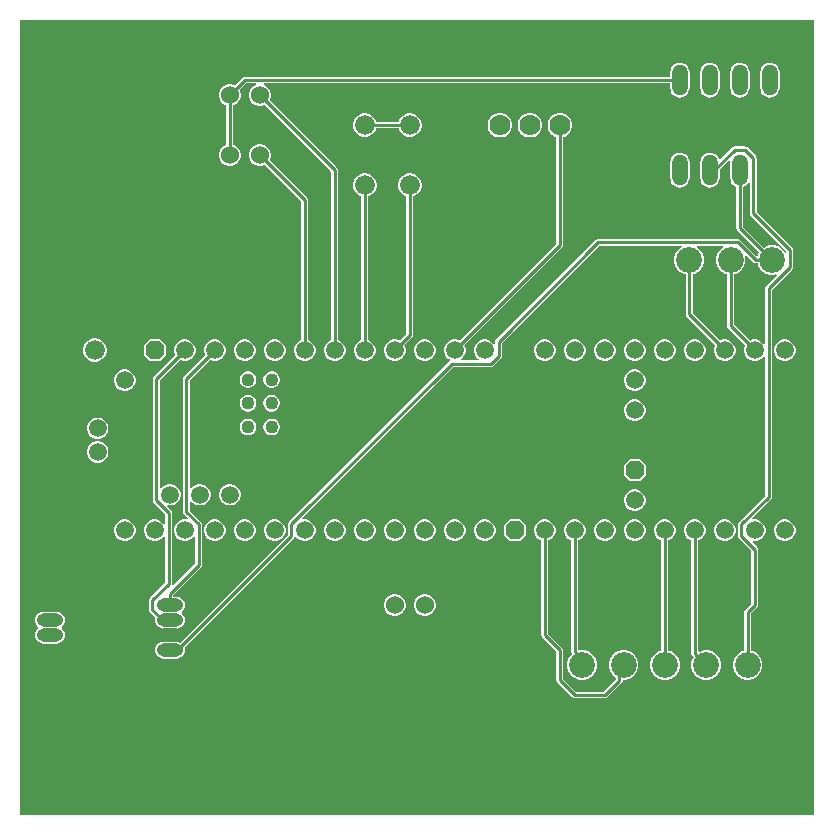
<source format=gbr>
%TF.GenerationSoftware,Altium Limited,Altium Designer,23.10.1 (27)*%
G04 Layer_Physical_Order=2*
G04 Layer_Color=16711680*
%FSLAX45Y45*%
%MOMM*%
%TF.SameCoordinates,A3D56C02-583D-4B85-B251-08F9BFB6D02B*%
%TF.FilePolarity,Positive*%
%TF.FileFunction,Copper,L2,Bot,Signal*%
%TF.Part,Single*%
G01*
G75*
%TA.AperFunction,ComponentPad*%
%ADD10C,2.18440*%
%ADD11C,1.52400*%
%ADD12C,1.10795*%
%ADD13C,1.50800*%
%ADD14R,1.50800X1.50800*%
G04:AMPARAMS|DCode=15|XSize=1.508mm|YSize=1.508mm|CornerRadius=0mm|HoleSize=0mm|Usage=FLASHONLY|Rotation=90.000|XOffset=0mm|YOffset=0mm|HoleType=Round|Shape=Octagon|*
%AMOCTAGOND15*
4,1,8,0.37700,0.75400,-0.37700,0.75400,-0.75400,0.37700,-0.75400,-0.37700,-0.37700,-0.75400,0.37700,-0.75400,0.75400,-0.37700,0.75400,0.37700,0.37700,0.75400,0.0*
%
%ADD15OCTAGOND15*%

%ADD16C,1.67640*%
%ADD17R,1.50800X1.50800*%
%ADD18C,1.77800*%
%ADD19O,1.32080X2.64160*%
%ADD20O,2.21590X1.10795*%
%TA.AperFunction,Conductor*%
%ADD21C,0.25400*%
G36*
X9897529Y1143000D02*
X3175000D01*
Y7874000D01*
X9897529D01*
Y1143000D01*
D02*
G37*
%LPC*%
G36*
X8763000Y7514021D02*
X8741782Y7511228D01*
X8722009Y7503038D01*
X8705031Y7490009D01*
X8692002Y7473031D01*
X8683812Y7453258D01*
X8681019Y7432040D01*
Y7394487D01*
X5080001D01*
X5080000Y7394488D01*
X5069098Y7392319D01*
X5059856Y7386144D01*
X5059856Y7386143D01*
X4994397Y7320685D01*
X4988295Y7324208D01*
X4965038Y7330440D01*
X4940962D01*
X4917705Y7324208D01*
X4896855Y7312170D01*
X4879830Y7295145D01*
X4867792Y7274295D01*
X4861560Y7251038D01*
Y7226962D01*
X4867792Y7203705D01*
X4879830Y7182855D01*
X4896855Y7165830D01*
X4917705Y7153792D01*
X4924513Y7151968D01*
Y6818032D01*
X4917705Y6816208D01*
X4896855Y6804170D01*
X4879830Y6787145D01*
X4867792Y6766295D01*
X4861560Y6743038D01*
Y6718962D01*
X4867792Y6695705D01*
X4879830Y6674855D01*
X4896855Y6657830D01*
X4917705Y6645792D01*
X4940962Y6639560D01*
X4965038D01*
X4988295Y6645792D01*
X5009145Y6657830D01*
X5026170Y6674855D01*
X5038208Y6695705D01*
X5044440Y6718962D01*
Y6743038D01*
X5038208Y6766295D01*
X5026170Y6787145D01*
X5009145Y6804170D01*
X4988295Y6816208D01*
X4981487Y6818032D01*
Y7151968D01*
X4988295Y7153792D01*
X5009145Y7165830D01*
X5026170Y7182855D01*
X5038208Y7203705D01*
X5044440Y7226962D01*
Y7251038D01*
X5038208Y7274295D01*
X5034685Y7280397D01*
X5091800Y7337513D01*
X5172288D01*
X5173960Y7324813D01*
X5171705Y7324208D01*
X5150855Y7312170D01*
X5133830Y7295145D01*
X5121792Y7274295D01*
X5115560Y7251038D01*
Y7226962D01*
X5121792Y7203705D01*
X5133830Y7182855D01*
X5150855Y7165830D01*
X5171705Y7153792D01*
X5194962Y7147560D01*
X5219038D01*
X5242295Y7153792D01*
X5248397Y7157315D01*
X5813513Y6592200D01*
Y5166204D01*
X5807014Y5164463D01*
X5786346Y5152530D01*
X5769470Y5135654D01*
X5757537Y5114986D01*
X5751360Y5091933D01*
Y5068067D01*
X5757537Y5045014D01*
X5769470Y5024346D01*
X5786346Y5007470D01*
X5807014Y4995537D01*
X5830067Y4989360D01*
X5853933D01*
X5876986Y4995537D01*
X5897654Y5007470D01*
X5914530Y5024346D01*
X5926463Y5045014D01*
X5932640Y5068067D01*
Y5091933D01*
X5926463Y5114986D01*
X5914530Y5135654D01*
X5897654Y5152530D01*
X5876986Y5164463D01*
X5870487Y5166204D01*
Y6603999D01*
X5870488Y6604000D01*
X5868319Y6614902D01*
X5862144Y6624144D01*
X5862143Y6624144D01*
X5288685Y7197603D01*
X5292208Y7203705D01*
X5298440Y7226962D01*
Y7251038D01*
X5292208Y7274295D01*
X5280170Y7295145D01*
X5263145Y7312170D01*
X5242295Y7324208D01*
X5240040Y7324813D01*
X5241712Y7337513D01*
X8681019D01*
Y7299960D01*
X8683812Y7278742D01*
X8692002Y7258969D01*
X8705031Y7241991D01*
X8722009Y7228962D01*
X8741782Y7220772D01*
X8763000Y7217979D01*
X8784218Y7220772D01*
X8803991Y7228962D01*
X8820969Y7241991D01*
X8833998Y7258969D01*
X8842188Y7278742D01*
X8844981Y7299960D01*
Y7432040D01*
X8842188Y7453258D01*
X8833998Y7473031D01*
X8820969Y7490009D01*
X8803991Y7503038D01*
X8784218Y7511228D01*
X8763000Y7514021D01*
D02*
G37*
G36*
X9525000D02*
X9503782Y7511228D01*
X9484009Y7503038D01*
X9467031Y7490009D01*
X9454002Y7473031D01*
X9445812Y7453258D01*
X9443019Y7432040D01*
Y7299960D01*
X9445812Y7278742D01*
X9454002Y7258969D01*
X9467031Y7241991D01*
X9484009Y7228962D01*
X9503782Y7220772D01*
X9525000Y7217979D01*
X9546218Y7220772D01*
X9565991Y7228962D01*
X9582969Y7241991D01*
X9595998Y7258969D01*
X9604188Y7278742D01*
X9606981Y7299960D01*
Y7432040D01*
X9604188Y7453258D01*
X9595998Y7473031D01*
X9582969Y7490009D01*
X9565991Y7503038D01*
X9546218Y7511228D01*
X9525000Y7514021D01*
D02*
G37*
G36*
X9271000D02*
X9249782Y7511228D01*
X9230009Y7503038D01*
X9213031Y7490009D01*
X9200002Y7473031D01*
X9191812Y7453258D01*
X9189019Y7432040D01*
Y7299960D01*
X9191812Y7278742D01*
X9200002Y7258969D01*
X9213031Y7241991D01*
X9230009Y7228962D01*
X9249782Y7220772D01*
X9271000Y7217979D01*
X9292218Y7220772D01*
X9311991Y7228962D01*
X9328969Y7241991D01*
X9341998Y7258969D01*
X9350188Y7278742D01*
X9352981Y7299960D01*
Y7432040D01*
X9350188Y7453258D01*
X9341998Y7473031D01*
X9328969Y7490009D01*
X9311991Y7503038D01*
X9292218Y7511228D01*
X9271000Y7514021D01*
D02*
G37*
G36*
X9017000D02*
X8995782Y7511228D01*
X8976009Y7503038D01*
X8959031Y7490009D01*
X8946002Y7473031D01*
X8937812Y7453258D01*
X8935019Y7432040D01*
Y7299960D01*
X8937812Y7278742D01*
X8946002Y7258969D01*
X8959031Y7241991D01*
X8976009Y7228962D01*
X8995782Y7220772D01*
X9017000Y7217979D01*
X9038218Y7220772D01*
X9057991Y7228962D01*
X9074969Y7241991D01*
X9087998Y7258969D01*
X9096188Y7278742D01*
X9098981Y7299960D01*
Y7432040D01*
X9096188Y7453258D01*
X9087998Y7473031D01*
X9074969Y7490009D01*
X9057991Y7503038D01*
X9038218Y7511228D01*
X9017000Y7514021D01*
D02*
G37*
G36*
X6490041Y7084060D02*
X6463959D01*
X6438764Y7077309D01*
X6416176Y7064268D01*
X6397732Y7045824D01*
X6384691Y7023236D01*
X6382079Y7013487D01*
X6190921D01*
X6188309Y7023236D01*
X6175268Y7045824D01*
X6156824Y7064268D01*
X6134236Y7077309D01*
X6109041Y7084060D01*
X6082959D01*
X6057764Y7077309D01*
X6035176Y7064268D01*
X6016732Y7045824D01*
X6003691Y7023236D01*
X5996940Y6998041D01*
Y6971959D01*
X6003691Y6946764D01*
X6016732Y6924176D01*
X6035176Y6905732D01*
X6057764Y6892691D01*
X6082959Y6885940D01*
X6109041D01*
X6134236Y6892691D01*
X6156824Y6905732D01*
X6175268Y6924176D01*
X6188309Y6946764D01*
X6190921Y6956513D01*
X6382079D01*
X6384691Y6946764D01*
X6397732Y6924176D01*
X6416176Y6905732D01*
X6438764Y6892691D01*
X6463959Y6885940D01*
X6490041D01*
X6515236Y6892691D01*
X6537824Y6905732D01*
X6556268Y6924176D01*
X6569309Y6946764D01*
X6576060Y6971959D01*
Y6998041D01*
X6569309Y7023236D01*
X6556268Y7045824D01*
X6537824Y7064268D01*
X6515236Y7077309D01*
X6490041Y7084060D01*
D02*
G37*
G36*
X7506710Y7089140D02*
X7479290D01*
X7452803Y7082043D01*
X7429057Y7068333D01*
X7409667Y7048943D01*
X7395957Y7025197D01*
X7388860Y6998710D01*
Y6971290D01*
X7395957Y6944803D01*
X7409667Y6921057D01*
X7429057Y6901667D01*
X7452803Y6887957D01*
X7479290Y6880860D01*
X7506710D01*
X7533197Y6887957D01*
X7556943Y6901667D01*
X7576333Y6921057D01*
X7590043Y6944803D01*
X7597140Y6971290D01*
Y6998710D01*
X7590043Y7025197D01*
X7576333Y7048943D01*
X7556943Y7068333D01*
X7533197Y7082043D01*
X7506710Y7089140D01*
D02*
G37*
G36*
X7252710D02*
X7225290D01*
X7198803Y7082043D01*
X7175057Y7068333D01*
X7155667Y7048943D01*
X7141957Y7025197D01*
X7134860Y6998710D01*
Y6971290D01*
X7141957Y6944803D01*
X7155667Y6921057D01*
X7175057Y6901667D01*
X7198803Y6887957D01*
X7225290Y6880860D01*
X7252710D01*
X7279197Y6887957D01*
X7302943Y6901667D01*
X7322333Y6921057D01*
X7336043Y6944803D01*
X7343140Y6971290D01*
Y6998710D01*
X7336043Y7025197D01*
X7322333Y7048943D01*
X7302943Y7068333D01*
X7279197Y7082043D01*
X7252710Y7089140D01*
D02*
G37*
G36*
X8763000Y6752021D02*
X8741782Y6749228D01*
X8722009Y6741038D01*
X8705031Y6728009D01*
X8692002Y6711031D01*
X8683812Y6691258D01*
X8681019Y6670040D01*
Y6537960D01*
X8683812Y6516742D01*
X8692002Y6496969D01*
X8705031Y6479991D01*
X8722009Y6466962D01*
X8741782Y6458772D01*
X8763000Y6455979D01*
X8784218Y6458772D01*
X8803991Y6466962D01*
X8820969Y6479991D01*
X8833998Y6496969D01*
X8842188Y6516742D01*
X8844981Y6537960D01*
Y6670040D01*
X8842188Y6691258D01*
X8833998Y6711031D01*
X8820969Y6728009D01*
X8803991Y6741038D01*
X8784218Y6749228D01*
X8763000Y6752021D01*
D02*
G37*
G36*
X6490041Y6576060D02*
X6463959D01*
X6438764Y6569309D01*
X6416176Y6556268D01*
X6397732Y6537824D01*
X6384691Y6515236D01*
X6377940Y6490041D01*
Y6463959D01*
X6384691Y6438764D01*
X6397732Y6416176D01*
X6416176Y6397732D01*
X6438764Y6384691D01*
X6448513Y6382079D01*
Y5218800D01*
X6390812Y5161099D01*
X6384986Y5164463D01*
X6361933Y5170640D01*
X6338067D01*
X6315014Y5164463D01*
X6294346Y5152530D01*
X6277470Y5135654D01*
X6265537Y5114986D01*
X6259360Y5091933D01*
Y5068067D01*
X6265537Y5045014D01*
X6277470Y5024346D01*
X6294346Y5007470D01*
X6315014Y4995537D01*
X6338067Y4989360D01*
X6361933D01*
X6384986Y4995537D01*
X6405654Y5007470D01*
X6422530Y5024346D01*
X6434463Y5045014D01*
X6440640Y5068067D01*
Y5091933D01*
X6434463Y5114986D01*
X6431099Y5120812D01*
X6497143Y5186856D01*
X6497144Y5186856D01*
X6503319Y5196098D01*
X6505488Y5207000D01*
X6505487Y5207001D01*
Y6382079D01*
X6515236Y6384691D01*
X6537824Y6397732D01*
X6556268Y6416176D01*
X6569309Y6438764D01*
X6576060Y6463959D01*
Y6490041D01*
X6569309Y6515236D01*
X6556268Y6537824D01*
X6537824Y6556268D01*
X6515236Y6569309D01*
X6490041Y6576060D01*
D02*
G37*
G36*
X9663933Y5170640D02*
X9640067D01*
X9617014Y5164463D01*
X9596346Y5152530D01*
X9579470Y5135654D01*
X9567537Y5114986D01*
X9561360Y5091933D01*
Y5068067D01*
X9567537Y5045014D01*
X9579470Y5024346D01*
X9596346Y5007470D01*
X9617014Y4995537D01*
X9640067Y4989360D01*
X9663933D01*
X9686986Y4995537D01*
X9707654Y5007470D01*
X9724530Y5024346D01*
X9736463Y5045014D01*
X9742640Y5068067D01*
Y5091933D01*
X9736463Y5114986D01*
X9724530Y5135654D01*
X9707654Y5152530D01*
X9686986Y5164463D01*
X9663933Y5170640D01*
D02*
G37*
G36*
X8901933D02*
X8878067D01*
X8855014Y5164463D01*
X8834346Y5152530D01*
X8817470Y5135654D01*
X8805537Y5114986D01*
X8799360Y5091933D01*
Y5068067D01*
X8805537Y5045014D01*
X8817470Y5024346D01*
X8834346Y5007470D01*
X8855014Y4995537D01*
X8878067Y4989360D01*
X8901933D01*
X8924986Y4995537D01*
X8945654Y5007470D01*
X8962530Y5024346D01*
X8974463Y5045014D01*
X8980640Y5068067D01*
Y5091933D01*
X8974463Y5114986D01*
X8962530Y5135654D01*
X8945654Y5152530D01*
X8924986Y5164463D01*
X8901933Y5170640D01*
D02*
G37*
G36*
X8647933D02*
X8624067D01*
X8601014Y5164463D01*
X8580346Y5152530D01*
X8563470Y5135654D01*
X8551537Y5114986D01*
X8545360Y5091933D01*
Y5068067D01*
X8551537Y5045014D01*
X8563470Y5024346D01*
X8580346Y5007470D01*
X8601014Y4995537D01*
X8624067Y4989360D01*
X8647933D01*
X8670986Y4995537D01*
X8691654Y5007470D01*
X8708530Y5024346D01*
X8720463Y5045014D01*
X8726640Y5068067D01*
Y5091933D01*
X8720463Y5114986D01*
X8708530Y5135654D01*
X8691654Y5152530D01*
X8670986Y5164463D01*
X8647933Y5170640D01*
D02*
G37*
G36*
X8393933D02*
X8370067D01*
X8347014Y5164463D01*
X8326346Y5152530D01*
X8309470Y5135654D01*
X8297537Y5114986D01*
X8291360Y5091933D01*
Y5068067D01*
X8297537Y5045014D01*
X8309470Y5024346D01*
X8326346Y5007470D01*
X8347014Y4995537D01*
X8370067Y4989360D01*
X8393933D01*
X8416986Y4995537D01*
X8437654Y5007470D01*
X8454530Y5024346D01*
X8466463Y5045014D01*
X8472640Y5068067D01*
Y5091933D01*
X8466463Y5114986D01*
X8454530Y5135654D01*
X8437654Y5152530D01*
X8416986Y5164463D01*
X8393933Y5170640D01*
D02*
G37*
G36*
X8139933D02*
X8116067D01*
X8093014Y5164463D01*
X8072346Y5152530D01*
X8055470Y5135654D01*
X8043537Y5114986D01*
X8037360Y5091933D01*
Y5068067D01*
X8043537Y5045014D01*
X8055470Y5024346D01*
X8072346Y5007470D01*
X8093014Y4995537D01*
X8116067Y4989360D01*
X8139933D01*
X8162986Y4995537D01*
X8183654Y5007470D01*
X8200530Y5024346D01*
X8212463Y5045014D01*
X8218640Y5068067D01*
Y5091933D01*
X8212463Y5114986D01*
X8200530Y5135654D01*
X8183654Y5152530D01*
X8162986Y5164463D01*
X8139933Y5170640D01*
D02*
G37*
G36*
X7885933D02*
X7862067D01*
X7839014Y5164463D01*
X7818346Y5152530D01*
X7801470Y5135654D01*
X7789537Y5114986D01*
X7783360Y5091933D01*
Y5068067D01*
X7789537Y5045014D01*
X7801470Y5024346D01*
X7818346Y5007470D01*
X7839014Y4995537D01*
X7862067Y4989360D01*
X7885933D01*
X7908986Y4995537D01*
X7929654Y5007470D01*
X7946530Y5024346D01*
X7958463Y5045014D01*
X7964640Y5068067D01*
Y5091933D01*
X7958463Y5114986D01*
X7946530Y5135654D01*
X7929654Y5152530D01*
X7908986Y5164463D01*
X7885933Y5170640D01*
D02*
G37*
G36*
X7631933D02*
X7608067D01*
X7585014Y5164463D01*
X7564346Y5152530D01*
X7547470Y5135654D01*
X7535537Y5114986D01*
X7529360Y5091933D01*
Y5068067D01*
X7535537Y5045014D01*
X7547470Y5024346D01*
X7564346Y5007470D01*
X7585014Y4995537D01*
X7608067Y4989360D01*
X7631933D01*
X7654986Y4995537D01*
X7675654Y5007470D01*
X7692530Y5024346D01*
X7704463Y5045014D01*
X7710640Y5068067D01*
Y5091933D01*
X7704463Y5114986D01*
X7692530Y5135654D01*
X7675654Y5152530D01*
X7654986Y5164463D01*
X7631933Y5170640D01*
D02*
G37*
G36*
X6615933D02*
X6592067D01*
X6569014Y5164463D01*
X6548346Y5152530D01*
X6531470Y5135654D01*
X6519537Y5114986D01*
X6513360Y5091933D01*
Y5068067D01*
X6519537Y5045014D01*
X6531470Y5024346D01*
X6548346Y5007470D01*
X6569014Y4995537D01*
X6592067Y4989360D01*
X6615933D01*
X6638986Y4995537D01*
X6659654Y5007470D01*
X6676530Y5024346D01*
X6688463Y5045014D01*
X6694640Y5068067D01*
Y5091933D01*
X6688463Y5114986D01*
X6676530Y5135654D01*
X6659654Y5152530D01*
X6638986Y5164463D01*
X6615933Y5170640D01*
D02*
G37*
G36*
X6109041Y6576060D02*
X6082959D01*
X6057764Y6569309D01*
X6035176Y6556268D01*
X6016732Y6537824D01*
X6003691Y6515236D01*
X5996940Y6490041D01*
Y6463959D01*
X6003691Y6438764D01*
X6016732Y6416176D01*
X6035176Y6397732D01*
X6057764Y6384691D01*
X6067513Y6382079D01*
Y5166204D01*
X6061014Y5164463D01*
X6040346Y5152530D01*
X6023470Y5135654D01*
X6011537Y5114986D01*
X6005360Y5091933D01*
Y5068067D01*
X6011537Y5045014D01*
X6023470Y5024346D01*
X6040346Y5007470D01*
X6061014Y4995537D01*
X6084067Y4989360D01*
X6107933D01*
X6130986Y4995537D01*
X6151654Y5007470D01*
X6168530Y5024346D01*
X6180463Y5045014D01*
X6186640Y5068067D01*
Y5091933D01*
X6180463Y5114986D01*
X6168530Y5135654D01*
X6151654Y5152530D01*
X6130986Y5164463D01*
X6124487Y5166204D01*
Y6382079D01*
X6134236Y6384691D01*
X6156824Y6397732D01*
X6175268Y6416176D01*
X6188309Y6438764D01*
X6195060Y6463959D01*
Y6490041D01*
X6188309Y6515236D01*
X6175268Y6537824D01*
X6156824Y6556268D01*
X6134236Y6569309D01*
X6109041Y6576060D01*
D02*
G37*
G36*
X5219038Y6822440D02*
X5194962D01*
X5171705Y6816208D01*
X5150855Y6804170D01*
X5133830Y6787145D01*
X5121792Y6766295D01*
X5115560Y6743038D01*
Y6718962D01*
X5121792Y6695705D01*
X5133830Y6674855D01*
X5150855Y6657830D01*
X5171705Y6645792D01*
X5194962Y6639560D01*
X5219038D01*
X5242295Y6645792D01*
X5248397Y6649315D01*
X5559513Y6338200D01*
Y5166204D01*
X5553014Y5164463D01*
X5532346Y5152530D01*
X5515470Y5135654D01*
X5503537Y5114986D01*
X5497360Y5091933D01*
Y5068067D01*
X5503537Y5045014D01*
X5515470Y5024346D01*
X5532346Y5007470D01*
X5553014Y4995537D01*
X5576067Y4989360D01*
X5599933D01*
X5622986Y4995537D01*
X5643654Y5007470D01*
X5660530Y5024346D01*
X5672463Y5045014D01*
X5678640Y5068067D01*
Y5091933D01*
X5672463Y5114986D01*
X5660530Y5135654D01*
X5643654Y5152530D01*
X5622986Y5164463D01*
X5616487Y5166204D01*
Y6350000D01*
X5614319Y6360902D01*
X5608144Y6370144D01*
X5608143Y6370144D01*
X5288685Y6689603D01*
X5292208Y6695705D01*
X5298440Y6718962D01*
Y6743038D01*
X5292208Y6766295D01*
X5280170Y6787145D01*
X5263145Y6804170D01*
X5242295Y6816208D01*
X5219038Y6822440D01*
D02*
G37*
G36*
X5345933Y5170640D02*
X5322067D01*
X5299014Y5164463D01*
X5278346Y5152530D01*
X5261470Y5135654D01*
X5249537Y5114986D01*
X5243360Y5091933D01*
Y5068067D01*
X5249537Y5045014D01*
X5261470Y5024346D01*
X5278346Y5007470D01*
X5299014Y4995537D01*
X5322067Y4989360D01*
X5345933D01*
X5368986Y4995537D01*
X5389654Y5007470D01*
X5406530Y5024346D01*
X5418463Y5045014D01*
X5424640Y5068067D01*
Y5091933D01*
X5418463Y5114986D01*
X5406530Y5135654D01*
X5389654Y5152530D01*
X5368986Y5164463D01*
X5345933Y5170640D01*
D02*
G37*
G36*
X5091933D02*
X5068067D01*
X5045014Y5164463D01*
X5024346Y5152530D01*
X5007470Y5135654D01*
X4995537Y5114986D01*
X4989360Y5091933D01*
Y5068067D01*
X4995537Y5045014D01*
X5007470Y5024346D01*
X5024346Y5007470D01*
X5045014Y4995537D01*
X5068067Y4989360D01*
X5091933D01*
X5114986Y4995537D01*
X5135654Y5007470D01*
X5152530Y5024346D01*
X5164463Y5045014D01*
X5170640Y5068067D01*
Y5091933D01*
X5164463Y5114986D01*
X5152530Y5135654D01*
X5135654Y5152530D01*
X5114986Y5164463D01*
X5091933Y5170640D01*
D02*
G37*
G36*
X4837933D02*
X4814067D01*
X4791014Y5164463D01*
X4770346Y5152530D01*
X4753470Y5135654D01*
X4741537Y5114986D01*
X4735360Y5091933D01*
Y5068067D01*
X4741537Y5045014D01*
X4744901Y5039188D01*
X4562829Y4857117D01*
X4556654Y4847874D01*
X4554485Y4836973D01*
X4554485Y4836972D01*
Y3709138D01*
X4554485Y3709137D01*
X4556654Y3698235D01*
X4562829Y3688993D01*
X4594999Y3656823D01*
X4588425Y3645436D01*
X4583933Y3646640D01*
X4560067D01*
X4537014Y3640463D01*
X4516346Y3628530D01*
X4499470Y3611654D01*
X4487537Y3590986D01*
X4481360Y3567933D01*
Y3544067D01*
X4487537Y3521014D01*
X4499470Y3500346D01*
X4516346Y3483470D01*
X4537014Y3471537D01*
X4560067Y3465360D01*
X4583933D01*
X4606986Y3471537D01*
X4627654Y3483470D01*
X4644530Y3500346D01*
X4646865Y3504391D01*
X4659565Y3500987D01*
Y3273668D01*
X4471360Y3085463D01*
X4469013Y3086509D01*
X4460886Y3092950D01*
X4462540Y3101264D01*
X4462540Y3101265D01*
Y3702862D01*
X4462540Y3702863D01*
X4460372Y3713764D01*
X4454196Y3723007D01*
X4454196Y3723007D01*
X4422035Y3755167D01*
X4428609Y3766554D01*
X4433067Y3765360D01*
X4456933D01*
X4479986Y3771537D01*
X4500654Y3783469D01*
X4517530Y3800345D01*
X4529463Y3821014D01*
X4535640Y3844066D01*
Y3867932D01*
X4529463Y3890985D01*
X4517530Y3911654D01*
X4500654Y3928529D01*
X4479986Y3940462D01*
X4456933Y3946639D01*
X4433067D01*
X4410014Y3940462D01*
X4389346Y3928529D01*
X4372470Y3911654D01*
X4370160Y3907653D01*
X4357460Y3911056D01*
Y4825173D01*
X4531188Y4998901D01*
X4537014Y4995537D01*
X4560067Y4989360D01*
X4583933D01*
X4606986Y4995537D01*
X4627654Y5007470D01*
X4644530Y5024346D01*
X4656463Y5045014D01*
X4662640Y5068067D01*
Y5091933D01*
X4656463Y5114986D01*
X4644530Y5135654D01*
X4627654Y5152530D01*
X4606986Y5164463D01*
X4583933Y5170640D01*
X4560067D01*
X4537014Y5164463D01*
X4516346Y5152530D01*
X4499470Y5135654D01*
X4487537Y5114986D01*
X4481360Y5091933D01*
Y5068067D01*
X4487537Y5045014D01*
X4490901Y5039188D01*
X4308829Y4857117D01*
X4302654Y4847874D01*
X4300485Y4836973D01*
X4300485Y4836972D01*
Y3807944D01*
X4300485Y3807943D01*
X4302654Y3797041D01*
X4308829Y3787799D01*
X4405565Y3691063D01*
Y3611013D01*
X4392865Y3607609D01*
X4390530Y3611654D01*
X4373654Y3628530D01*
X4352986Y3640463D01*
X4329933Y3646640D01*
X4306067D01*
X4283014Y3640463D01*
X4262346Y3628530D01*
X4245470Y3611654D01*
X4233537Y3590986D01*
X4227360Y3567933D01*
Y3544067D01*
X4233537Y3521014D01*
X4245470Y3500346D01*
X4262346Y3483470D01*
X4283014Y3471537D01*
X4306067Y3465360D01*
X4329933D01*
X4352986Y3471537D01*
X4373654Y3483470D01*
X4390530Y3500346D01*
X4392865Y3504391D01*
X4405565Y3500987D01*
Y3113064D01*
X4273421Y2980920D01*
X4267246Y2971678D01*
X4265078Y2960776D01*
X4265078Y2960775D01*
Y2881225D01*
X4265078Y2881224D01*
X4267246Y2870322D01*
X4273421Y2861080D01*
X4321158Y2813344D01*
X4320783Y2812440D01*
X4318356Y2794000D01*
X4320783Y2775560D01*
X4327901Y2758376D01*
X4339223Y2743621D01*
X4353979Y2732298D01*
X4371162Y2725181D01*
X4389603Y2722753D01*
X4500397D01*
X4518838Y2725181D01*
X4536021Y2732298D01*
X4550777Y2743621D01*
X4562099Y2758376D01*
X4569217Y2775560D01*
X4571644Y2794000D01*
X4569217Y2812440D01*
X4562099Y2829623D01*
X4550777Y2844379D01*
X4544108Y2849496D01*
Y2865504D01*
X4550777Y2870621D01*
X4562099Y2885376D01*
X4569217Y2902560D01*
X4571644Y2921000D01*
X4569217Y2939440D01*
X4562099Y2956623D01*
X4550777Y2971379D01*
X4536021Y2982702D01*
X4518838Y2989819D01*
X4500397Y2992247D01*
X4473487D01*
Y3007015D01*
X4708196Y3241724D01*
X4714372Y3250966D01*
X4716540Y3261868D01*
X4716540Y3261869D01*
Y3604056D01*
X4716540Y3604057D01*
X4714372Y3614958D01*
X4708196Y3624201D01*
X4708196Y3624201D01*
X4611460Y3720937D01*
Y3800943D01*
X4624160Y3804346D01*
X4626470Y3800345D01*
X4643346Y3783469D01*
X4664014Y3771537D01*
X4687067Y3765360D01*
X4710933D01*
X4733986Y3771537D01*
X4754654Y3783469D01*
X4771530Y3800345D01*
X4783463Y3821014D01*
X4789640Y3844066D01*
Y3867932D01*
X4783463Y3890985D01*
X4771530Y3911654D01*
X4754654Y3928529D01*
X4733986Y3940462D01*
X4710933Y3946639D01*
X4687067D01*
X4664014Y3940462D01*
X4643346Y3928529D01*
X4626470Y3911654D01*
X4624160Y3907653D01*
X4611460Y3911056D01*
Y4825173D01*
X4785188Y4998901D01*
X4791014Y4995537D01*
X4814067Y4989360D01*
X4837933D01*
X4860986Y4995537D01*
X4881654Y5007470D01*
X4898530Y5024346D01*
X4910463Y5045014D01*
X4916640Y5068067D01*
Y5091933D01*
X4910463Y5114986D01*
X4898530Y5135654D01*
X4881654Y5152530D01*
X4860986Y5164463D01*
X4837933Y5170640D01*
D02*
G37*
G36*
X4363320D02*
X4272680D01*
X4227360Y5125320D01*
Y5034680D01*
X4272680Y4989360D01*
X4363320D01*
X4408640Y5034680D01*
Y5125320D01*
X4363320Y5170640D01*
D02*
G37*
G36*
X3823041Y5179060D02*
X3796959D01*
X3771764Y5172309D01*
X3749176Y5159268D01*
X3730732Y5140824D01*
X3717691Y5118236D01*
X3710940Y5093041D01*
Y5066959D01*
X3717691Y5041764D01*
X3730732Y5019176D01*
X3749176Y5000732D01*
X3771764Y4987691D01*
X3796959Y4980940D01*
X3823041D01*
X3848236Y4987691D01*
X3870824Y5000732D01*
X3889268Y5019176D01*
X3902309Y5041764D01*
X3909060Y5066959D01*
Y5093041D01*
X3902309Y5118236D01*
X3889268Y5140824D01*
X3870824Y5159268D01*
X3848236Y5172309D01*
X3823041Y5179060D01*
D02*
G37*
G36*
X5316300Y4900625D02*
X5297700D01*
X5279735Y4895811D01*
X5263627Y4886512D01*
X5250476Y4873360D01*
X5241176Y4857253D01*
X5236362Y4839288D01*
Y4820688D01*
X5241176Y4802723D01*
X5250476Y4786615D01*
X5263627Y4773464D01*
X5279735Y4764164D01*
X5297700Y4759350D01*
X5316300D01*
X5334265Y4764164D01*
X5350372Y4773464D01*
X5363524Y4786615D01*
X5372823Y4802723D01*
X5377637Y4820688D01*
Y4839288D01*
X5372823Y4857253D01*
X5363524Y4873360D01*
X5350372Y4886512D01*
X5334265Y4895811D01*
X5316300Y4900625D01*
D02*
G37*
G36*
X5116300D02*
X5097700D01*
X5079735Y4895811D01*
X5063628Y4886512D01*
X5050476Y4873360D01*
X5041177Y4857253D01*
X5036363Y4839288D01*
Y4820688D01*
X5041177Y4802723D01*
X5050476Y4786615D01*
X5063628Y4773464D01*
X5079735Y4764164D01*
X5097700Y4759350D01*
X5116300D01*
X5134265Y4764164D01*
X5150373Y4773464D01*
X5163524Y4786615D01*
X5172824Y4802723D01*
X5177638Y4820688D01*
Y4839288D01*
X5172824Y4857253D01*
X5163524Y4873360D01*
X5150373Y4886512D01*
X5134265Y4895811D01*
X5116300Y4900625D01*
D02*
G37*
G36*
X8393933Y4916640D02*
X8370067D01*
X8347014Y4910463D01*
X8326346Y4898530D01*
X8309470Y4881654D01*
X8297537Y4860986D01*
X8291360Y4837933D01*
Y4814067D01*
X8297537Y4791014D01*
X8309470Y4770346D01*
X8326346Y4753470D01*
X8347014Y4741537D01*
X8370067Y4735360D01*
X8393933D01*
X8416986Y4741537D01*
X8437654Y4753470D01*
X8454530Y4770346D01*
X8466463Y4791014D01*
X8472640Y4814067D01*
Y4837933D01*
X8466463Y4860986D01*
X8454530Y4881654D01*
X8437654Y4898530D01*
X8416986Y4910463D01*
X8393933Y4916640D01*
D02*
G37*
G36*
X4075933D02*
X4052067D01*
X4029014Y4910463D01*
X4008346Y4898530D01*
X3991470Y4881654D01*
X3979537Y4860986D01*
X3973360Y4837933D01*
Y4814067D01*
X3979537Y4791014D01*
X3991470Y4770346D01*
X4008346Y4753470D01*
X4029014Y4741537D01*
X4052067Y4735360D01*
X4075933D01*
X4098986Y4741537D01*
X4119654Y4753470D01*
X4136530Y4770346D01*
X4148463Y4791014D01*
X4154640Y4814067D01*
Y4837933D01*
X4148463Y4860986D01*
X4136530Y4881654D01*
X4119654Y4898530D01*
X4098986Y4910463D01*
X4075933Y4916640D01*
D02*
G37*
G36*
X5316300Y4700626D02*
X5297700D01*
X5279735Y4695812D01*
X5263627Y4686512D01*
X5250476Y4673361D01*
X5241176Y4657253D01*
X5236362Y4639288D01*
Y4620688D01*
X5241176Y4602723D01*
X5250476Y4586616D01*
X5263627Y4573464D01*
X5279735Y4564165D01*
X5297700Y4559351D01*
X5316300D01*
X5334265Y4564165D01*
X5350372Y4573464D01*
X5363524Y4586616D01*
X5372823Y4602723D01*
X5377637Y4620688D01*
Y4639288D01*
X5372823Y4657253D01*
X5363524Y4673361D01*
X5350372Y4686512D01*
X5334265Y4695812D01*
X5316300Y4700626D01*
D02*
G37*
G36*
X5116300D02*
X5097700D01*
X5079735Y4695812D01*
X5063628Y4686512D01*
X5050476Y4673361D01*
X5041177Y4657253D01*
X5036363Y4639288D01*
Y4620688D01*
X5041177Y4602723D01*
X5050476Y4586616D01*
X5063628Y4573464D01*
X5079735Y4564165D01*
X5097700Y4559351D01*
X5116300D01*
X5134265Y4564165D01*
X5150373Y4573464D01*
X5163524Y4586616D01*
X5172824Y4602723D01*
X5177638Y4620688D01*
Y4639288D01*
X5172824Y4657253D01*
X5163524Y4673361D01*
X5150373Y4686512D01*
X5134265Y4695812D01*
X5116300Y4700626D01*
D02*
G37*
G36*
X8393933Y4662640D02*
X8370067D01*
X8347014Y4656463D01*
X8326346Y4644530D01*
X8309470Y4627654D01*
X8297537Y4606986D01*
X8291360Y4583933D01*
Y4560067D01*
X8297537Y4537014D01*
X8309470Y4516346D01*
X8326346Y4499470D01*
X8347014Y4487537D01*
X8370067Y4481360D01*
X8393933D01*
X8416986Y4487537D01*
X8437654Y4499470D01*
X8454530Y4516346D01*
X8466463Y4537014D01*
X8472640Y4560067D01*
Y4583933D01*
X8466463Y4606986D01*
X8454530Y4627654D01*
X8437654Y4644530D01*
X8416986Y4656463D01*
X8393933Y4662640D01*
D02*
G37*
G36*
X5316300Y4500626D02*
X5297700D01*
X5279735Y4495812D01*
X5263627Y4486513D01*
X5250476Y4473361D01*
X5241176Y4457254D01*
X5236362Y4439288D01*
Y4420689D01*
X5241176Y4402723D01*
X5250476Y4386616D01*
X5263627Y4373464D01*
X5279735Y4364165D01*
X5297700Y4359351D01*
X5316300D01*
X5334265Y4364165D01*
X5350372Y4373464D01*
X5363524Y4386616D01*
X5372823Y4402723D01*
X5377637Y4420689D01*
Y4439288D01*
X5372823Y4457254D01*
X5363524Y4473361D01*
X5350372Y4486513D01*
X5334265Y4495812D01*
X5316300Y4500626D01*
D02*
G37*
G36*
X5116300D02*
X5097700D01*
X5079735Y4495812D01*
X5063628Y4486513D01*
X5050476Y4473361D01*
X5041177Y4457254D01*
X5036363Y4439288D01*
Y4420689D01*
X5041177Y4402723D01*
X5050476Y4386616D01*
X5063628Y4373464D01*
X5079735Y4364165D01*
X5097700Y4359351D01*
X5116300D01*
X5134265Y4364165D01*
X5150373Y4373464D01*
X5163524Y4386616D01*
X5172824Y4402723D01*
X5177638Y4420689D01*
Y4439288D01*
X5172824Y4457254D01*
X5163524Y4473361D01*
X5150373Y4486513D01*
X5134265Y4495812D01*
X5116300Y4500626D01*
D02*
G37*
G36*
X3844945Y4508640D02*
X3821079D01*
X3798027Y4502463D01*
X3777358Y4490530D01*
X3760482Y4473654D01*
X3748550Y4452986D01*
X3742372Y4429933D01*
Y4406067D01*
X3748550Y4383014D01*
X3760482Y4362346D01*
X3777358Y4345470D01*
X3798027Y4333537D01*
X3821079Y4327360D01*
X3844945D01*
X3867998Y4333537D01*
X3888667Y4345470D01*
X3905542Y4362346D01*
X3917475Y4383014D01*
X3923652Y4406067D01*
Y4429933D01*
X3917475Y4452986D01*
X3905542Y4473654D01*
X3888667Y4490530D01*
X3867998Y4502463D01*
X3844945Y4508640D01*
D02*
G37*
G36*
Y4308640D02*
X3821079D01*
X3798027Y4302463D01*
X3777358Y4290530D01*
X3760482Y4273654D01*
X3748550Y4252986D01*
X3742372Y4229933D01*
Y4206067D01*
X3748550Y4183014D01*
X3760482Y4162346D01*
X3777358Y4145470D01*
X3798027Y4133537D01*
X3821079Y4127360D01*
X3844945D01*
X3867998Y4133537D01*
X3888667Y4145470D01*
X3905542Y4162346D01*
X3917475Y4183014D01*
X3923652Y4206067D01*
Y4229933D01*
X3917475Y4252986D01*
X3905542Y4273654D01*
X3888667Y4290530D01*
X3867998Y4302463D01*
X3844945Y4308640D01*
D02*
G37*
G36*
X8427320Y4154640D02*
X8336680D01*
X8291360Y4109320D01*
Y4018680D01*
X8336680Y3973360D01*
X8427320D01*
X8472640Y4018680D01*
Y4109320D01*
X8427320Y4154640D01*
D02*
G37*
G36*
X4964933Y3946639D02*
X4941067D01*
X4918014Y3940462D01*
X4897346Y3928529D01*
X4880470Y3911654D01*
X4868537Y3890985D01*
X4862360Y3867932D01*
Y3844066D01*
X4868537Y3821014D01*
X4880470Y3800345D01*
X4897346Y3783469D01*
X4918014Y3771537D01*
X4941067Y3765360D01*
X4964933D01*
X4987986Y3771537D01*
X5008654Y3783469D01*
X5025530Y3800345D01*
X5037463Y3821014D01*
X5043640Y3844066D01*
Y3867932D01*
X5037463Y3890985D01*
X5025530Y3911654D01*
X5008654Y3928529D01*
X4987986Y3940462D01*
X4964933Y3946639D01*
D02*
G37*
G36*
X8393933Y3900640D02*
X8370067D01*
X8347014Y3894463D01*
X8326346Y3882530D01*
X8309470Y3865654D01*
X8297537Y3844986D01*
X8291360Y3821933D01*
Y3798067D01*
X8297537Y3775014D01*
X8309470Y3754346D01*
X8326346Y3737470D01*
X8347014Y3725537D01*
X8370067Y3719360D01*
X8393933D01*
X8416986Y3725537D01*
X8437654Y3737470D01*
X8454530Y3754346D01*
X8466463Y3775014D01*
X8472640Y3798067D01*
Y3821933D01*
X8466463Y3844986D01*
X8454530Y3865654D01*
X8437654Y3882530D01*
X8416986Y3894463D01*
X8393933Y3900640D01*
D02*
G37*
G36*
X9663933Y3646640D02*
X9640067D01*
X9617014Y3640463D01*
X9596346Y3628530D01*
X9579470Y3611654D01*
X9567537Y3590986D01*
X9561360Y3567933D01*
Y3544067D01*
X9567537Y3521014D01*
X9579470Y3500346D01*
X9596346Y3483470D01*
X9617014Y3471537D01*
X9640067Y3465360D01*
X9663933D01*
X9686986Y3471537D01*
X9707654Y3483470D01*
X9724530Y3500346D01*
X9736463Y3521014D01*
X9742640Y3544067D01*
Y3567933D01*
X9736463Y3590986D01*
X9724530Y3611654D01*
X9707654Y3628530D01*
X9686986Y3640463D01*
X9663933Y3646640D01*
D02*
G37*
G36*
X7760710Y7089140D02*
X7733290D01*
X7706803Y7082043D01*
X7683057Y7068333D01*
X7663667Y7048943D01*
X7649957Y7025197D01*
X7642860Y6998710D01*
Y6971290D01*
X7649957Y6944803D01*
X7663667Y6921057D01*
X7683057Y6901667D01*
X7706803Y6887957D01*
X7718513Y6884820D01*
Y5980800D01*
X6898812Y5161099D01*
X6892986Y5164463D01*
X6869933Y5170640D01*
X6846067D01*
X6823014Y5164463D01*
X6802346Y5152530D01*
X6785470Y5135654D01*
X6773537Y5114986D01*
X6767360Y5091933D01*
Y5068067D01*
X6773537Y5045014D01*
X6785470Y5024346D01*
X6802346Y5007470D01*
X6813861Y5000822D01*
X6815462Y4994698D01*
X6814350Y4985874D01*
X6811720Y4984117D01*
X6811719Y4984116D01*
X5451830Y3624201D01*
X5451829Y3624201D01*
X5445654Y3614958D01*
X5443485Y3604057D01*
X5443485Y3604055D01*
Y3514536D01*
X4532206Y2603282D01*
X4518838Y2608819D01*
X4500397Y2611247D01*
X4389603D01*
X4371162Y2608819D01*
X4353979Y2601702D01*
X4339223Y2590379D01*
X4327901Y2575623D01*
X4320783Y2558440D01*
X4318356Y2540000D01*
X4320783Y2521560D01*
X4327901Y2504377D01*
X4339223Y2489621D01*
X4353979Y2478298D01*
X4371162Y2471181D01*
X4389603Y2468753D01*
X4500397D01*
X4518838Y2471181D01*
X4536021Y2478298D01*
X4550777Y2489621D01*
X4562099Y2504377D01*
X4569217Y2521560D01*
X4571644Y2540000D01*
X4569217Y2558440D01*
X4568842Y2559344D01*
X5492116Y3482592D01*
X5492117Y3482592D01*
X5498292Y3491834D01*
X5500195Y3501402D01*
X5503631Y3503139D01*
X5513160Y3504347D01*
X5515470Y3500346D01*
X5532346Y3483470D01*
X5553014Y3471537D01*
X5576067Y3465360D01*
X5599933D01*
X5622986Y3471537D01*
X5643654Y3483470D01*
X5660530Y3500346D01*
X5672463Y3521014D01*
X5678640Y3544067D01*
Y3567933D01*
X5672463Y3590986D01*
X5660530Y3611654D01*
X5643654Y3628530D01*
X5622986Y3640463D01*
X5599933Y3646640D01*
X5576067D01*
X5571607Y3645445D01*
X5565033Y3656831D01*
X6843664Y4935485D01*
X7160050D01*
X7160051Y4935485D01*
X7160053Y4935485D01*
X7160057D01*
X7164733Y4936416D01*
X7170954Y4937652D01*
X7170956Y4937653D01*
X7170958Y4937654D01*
X7175958Y4940994D01*
X7180197Y4943826D01*
X7180200Y4943829D01*
X7180201Y4943829D01*
X7180201Y4943830D01*
X7248193Y5011796D01*
X7248194Y5011798D01*
X7248196Y5011799D01*
X7251166Y5016244D01*
X7254370Y5021036D01*
X7254370Y5021039D01*
X7254372Y5021042D01*
X7255434Y5026384D01*
X7256540Y5031938D01*
X7256539Y5031941D01*
X7256540Y5031943D01*
Y5138508D01*
X8081380Y5963373D01*
X8777898D01*
X8781300Y5950673D01*
X8765574Y5941593D01*
X8742401Y5918420D01*
X8726016Y5890040D01*
X8717534Y5858386D01*
Y5825614D01*
X8726016Y5793960D01*
X8742401Y5765580D01*
X8765574Y5742407D01*
X8793954Y5726022D01*
X8813507Y5720783D01*
Y5382007D01*
X8813506Y5382006D01*
X8815675Y5371104D01*
X8821850Y5361862D01*
X9062901Y5120812D01*
X9059537Y5114986D01*
X9053360Y5091933D01*
Y5068067D01*
X9059537Y5045014D01*
X9071470Y5024346D01*
X9088346Y5007470D01*
X9109014Y4995537D01*
X9132067Y4989360D01*
X9155933D01*
X9178986Y4995537D01*
X9199654Y5007470D01*
X9216530Y5024346D01*
X9228463Y5045014D01*
X9234640Y5068067D01*
Y5091933D01*
X9228463Y5114986D01*
X9216530Y5135654D01*
X9199654Y5152530D01*
X9178986Y5164463D01*
X9155933Y5170640D01*
X9132067D01*
X9109014Y5164463D01*
X9103188Y5161099D01*
X8870481Y5393806D01*
Y5720783D01*
X8890034Y5726022D01*
X8918414Y5742407D01*
X8941587Y5765580D01*
X8957972Y5793960D01*
X8966454Y5825614D01*
Y5858386D01*
X8957972Y5890040D01*
X8941587Y5918420D01*
X8918414Y5941593D01*
X8902688Y5950673D01*
X8906090Y5963373D01*
X9127910D01*
X9131312Y5950673D01*
X9115586Y5941593D01*
X9092413Y5918420D01*
X9076028Y5890040D01*
X9067546Y5858386D01*
Y5825614D01*
X9076028Y5793960D01*
X9092413Y5765580D01*
X9115586Y5742407D01*
X9143966Y5726022D01*
X9163519Y5720783D01*
Y5285995D01*
X9163518Y5285994D01*
X9165687Y5275092D01*
X9171862Y5265850D01*
X9316901Y5120812D01*
X9313537Y5114986D01*
X9307360Y5091933D01*
Y5068067D01*
X9313537Y5045014D01*
X9325470Y5024346D01*
X9342346Y5007470D01*
X9363014Y4995537D01*
X9386067Y4989360D01*
X9409933D01*
X9432986Y4995537D01*
X9453654Y5007470D01*
X9470530Y5024346D01*
X9472865Y5028391D01*
X9485565Y5024987D01*
Y3847937D01*
X9261829Y3624201D01*
X9255654Y3614958D01*
X9253485Y3604057D01*
X9253485Y3604056D01*
Y3507948D01*
X9253485Y3507947D01*
X9253485Y3507945D01*
Y3507943D01*
X9254406Y3503313D01*
X9255653Y3497045D01*
X9255653Y3497044D01*
X9255654Y3497042D01*
X9259443Y3491371D01*
X9261827Y3487802D01*
X9261829Y3487800D01*
X9261829Y3487799D01*
X9261830Y3487799D01*
X9363858Y3385745D01*
X9363860Y3385744D01*
X9363861Y3385742D01*
X9369513Y3380091D01*
Y2932800D01*
X9315855Y2879142D01*
X9309680Y2869900D01*
X9307511Y2858999D01*
X9307511Y2858997D01*
Y2534217D01*
X9287959Y2528978D01*
X9259578Y2512593D01*
X9236406Y2489420D01*
X9220020Y2461040D01*
X9211539Y2429386D01*
Y2396614D01*
X9220020Y2364960D01*
X9236406Y2336580D01*
X9259578Y2313407D01*
X9287959Y2297022D01*
X9319613Y2288540D01*
X9352384D01*
X9384038Y2297022D01*
X9412419Y2313407D01*
X9435591Y2336580D01*
X9451977Y2364960D01*
X9460459Y2396614D01*
Y2429386D01*
X9451977Y2461040D01*
X9435591Y2489420D01*
X9412419Y2512593D01*
X9384038Y2528978D01*
X9364486Y2534217D01*
Y2847199D01*
X9418143Y2900856D01*
X9418144Y2900856D01*
X9424319Y2910098D01*
X9426488Y2921000D01*
X9426487Y2921001D01*
Y3391889D01*
X9426488Y3391891D01*
X9424319Y3402792D01*
X9418144Y3412034D01*
X9418143Y3412035D01*
X9404148Y3426030D01*
X9404148Y3426030D01*
X9375010Y3455175D01*
X9381585Y3466561D01*
X9386067Y3465360D01*
X9409933D01*
X9432986Y3471537D01*
X9453654Y3483470D01*
X9470530Y3500346D01*
X9482463Y3521014D01*
X9488640Y3544067D01*
Y3567933D01*
X9482463Y3590986D01*
X9470530Y3611654D01*
X9453654Y3628530D01*
X9432986Y3640463D01*
X9409933Y3646640D01*
X9386067D01*
X9381610Y3645446D01*
X9375036Y3656832D01*
X9534196Y3815993D01*
X9540372Y3825235D01*
X9542540Y3836137D01*
X9542540Y3836138D01*
Y5590298D01*
X9711996Y5759778D01*
X9711996Y5759779D01*
X9711998Y5759780D01*
X9714291Y5763213D01*
X9718172Y5769021D01*
X9718172Y5769022D01*
X9718172Y5769022D01*
X9719262Y5774502D01*
X9720340Y5779922D01*
Y5929146D01*
X9720340Y5929147D01*
X9718172Y5940049D01*
X9711996Y5949291D01*
X9711996Y5949292D01*
X9412492Y6248795D01*
Y6707911D01*
X9410324Y6718813D01*
X9404148Y6728055D01*
X9404148Y6728056D01*
X9335340Y6796864D01*
X9326098Y6803039D01*
X9315196Y6805208D01*
X9315195Y6805207D01*
X9226804D01*
X9215902Y6803039D01*
X9206660Y6796864D01*
X9206660Y6796863D01*
X9107334Y6697537D01*
X9092353Y6700517D01*
X9087998Y6711031D01*
X9074969Y6728009D01*
X9057991Y6741038D01*
X9038218Y6749228D01*
X9017000Y6752021D01*
X8995782Y6749228D01*
X8976009Y6741038D01*
X8959031Y6728009D01*
X8946002Y6711031D01*
X8937812Y6691258D01*
X8935019Y6670040D01*
Y6537960D01*
X8937812Y6516742D01*
X8946002Y6496969D01*
X8959031Y6479991D01*
X8976009Y6466962D01*
X8995782Y6458772D01*
X9017000Y6455979D01*
X9038218Y6458772D01*
X9057991Y6466962D01*
X9074969Y6479991D01*
X9087998Y6496969D01*
X9096188Y6516742D01*
X9098981Y6537960D01*
Y6608610D01*
X9178604Y6688233D01*
X9190633Y6682301D01*
X9189019Y6670040D01*
Y6537960D01*
X9191812Y6516742D01*
X9200002Y6496969D01*
X9213031Y6479991D01*
X9230009Y6466962D01*
X9242513Y6461783D01*
Y6112994D01*
X9242512Y6112993D01*
X9244681Y6102091D01*
X9250856Y6092849D01*
X9436136Y5907570D01*
X9426014Y5890040D01*
X9423507Y5880684D01*
X9409342Y5876889D01*
X9274227Y6012004D01*
X9264985Y6018179D01*
X9254084Y6020348D01*
X9254082Y6020347D01*
X8069581D01*
X8069580Y6020348D01*
X8058678Y6018179D01*
X8049436Y6012004D01*
X7207910Y5170451D01*
X7207909Y5170451D01*
X7201733Y5161208D01*
X7199565Y5150307D01*
X7199565Y5150305D01*
Y5135013D01*
X7186865Y5131609D01*
X7184530Y5135654D01*
X7167654Y5152530D01*
X7146986Y5164463D01*
X7123933Y5170640D01*
X7100067D01*
X7077014Y5164463D01*
X7056346Y5152530D01*
X7039470Y5135654D01*
X7027537Y5114986D01*
X7021360Y5091933D01*
Y5068067D01*
X7027537Y5045014D01*
X7039470Y5024346D01*
X7056346Y5007470D01*
X7060347Y5005160D01*
X7056943Y4992460D01*
X6913057D01*
X6909653Y5005160D01*
X6913654Y5007470D01*
X6930530Y5024346D01*
X6942463Y5045014D01*
X6948640Y5068067D01*
Y5091933D01*
X6942463Y5114986D01*
X6939099Y5120812D01*
X7767143Y5948856D01*
X7767144Y5948856D01*
X7773319Y5958098D01*
X7775487Y5969000D01*
Y6884820D01*
X7787197Y6887957D01*
X7810943Y6901667D01*
X7830333Y6921057D01*
X7844043Y6944803D01*
X7851140Y6971290D01*
Y6998710D01*
X7844043Y7025197D01*
X7830333Y7048943D01*
X7810943Y7068333D01*
X7787197Y7082043D01*
X7760710Y7089140D01*
D02*
G37*
G36*
X9155933Y3646640D02*
X9132067D01*
X9109014Y3640463D01*
X9088346Y3628530D01*
X9071470Y3611654D01*
X9059537Y3590986D01*
X9053360Y3567933D01*
Y3544067D01*
X9059537Y3521014D01*
X9071470Y3500346D01*
X9088346Y3483470D01*
X9109014Y3471537D01*
X9132067Y3465360D01*
X9155933D01*
X9178986Y3471537D01*
X9199654Y3483470D01*
X9216530Y3500346D01*
X9228463Y3521014D01*
X9234640Y3544067D01*
Y3567933D01*
X9228463Y3590986D01*
X9216530Y3611654D01*
X9199654Y3628530D01*
X9178986Y3640463D01*
X9155933Y3646640D01*
D02*
G37*
G36*
X8393933D02*
X8370067D01*
X8347014Y3640463D01*
X8326346Y3628530D01*
X8309470Y3611654D01*
X8297537Y3590986D01*
X8291360Y3567933D01*
Y3544067D01*
X8297537Y3521014D01*
X8309470Y3500346D01*
X8326346Y3483470D01*
X8347014Y3471537D01*
X8370067Y3465360D01*
X8393933D01*
X8416986Y3471537D01*
X8437654Y3483470D01*
X8454530Y3500346D01*
X8466463Y3521014D01*
X8472640Y3544067D01*
Y3567933D01*
X8466463Y3590986D01*
X8454530Y3611654D01*
X8437654Y3628530D01*
X8416986Y3640463D01*
X8393933Y3646640D01*
D02*
G37*
G36*
X8139933D02*
X8116067D01*
X8093014Y3640463D01*
X8072346Y3628530D01*
X8055470Y3611654D01*
X8043537Y3590986D01*
X8037360Y3567933D01*
Y3544067D01*
X8043537Y3521014D01*
X8055470Y3500346D01*
X8072346Y3483470D01*
X8093014Y3471537D01*
X8116067Y3465360D01*
X8139933D01*
X8162986Y3471537D01*
X8183654Y3483470D01*
X8200530Y3500346D01*
X8212463Y3521014D01*
X8218640Y3544067D01*
Y3567933D01*
X8212463Y3590986D01*
X8200530Y3611654D01*
X8183654Y3628530D01*
X8162986Y3640463D01*
X8139933Y3646640D01*
D02*
G37*
G36*
X7411320D02*
X7320680D01*
X7275360Y3601320D01*
Y3510680D01*
X7320680Y3465360D01*
X7411320D01*
X7456640Y3510680D01*
Y3601320D01*
X7411320Y3646640D01*
D02*
G37*
G36*
X7123933D02*
X7100067D01*
X7077014Y3640463D01*
X7056346Y3628530D01*
X7039470Y3611654D01*
X7027537Y3590986D01*
X7021360Y3567933D01*
Y3544067D01*
X7027537Y3521014D01*
X7039470Y3500346D01*
X7056346Y3483470D01*
X7077014Y3471537D01*
X7100067Y3465360D01*
X7123933D01*
X7146986Y3471537D01*
X7167654Y3483470D01*
X7184530Y3500346D01*
X7196463Y3521014D01*
X7202640Y3544067D01*
Y3567933D01*
X7196463Y3590986D01*
X7184530Y3611654D01*
X7167654Y3628530D01*
X7146986Y3640463D01*
X7123933Y3646640D01*
D02*
G37*
G36*
X6869933D02*
X6846067D01*
X6823014Y3640463D01*
X6802346Y3628530D01*
X6785470Y3611654D01*
X6773537Y3590986D01*
X6767360Y3567933D01*
Y3544067D01*
X6773537Y3521014D01*
X6785470Y3500346D01*
X6802346Y3483470D01*
X6823014Y3471537D01*
X6846067Y3465360D01*
X6869933D01*
X6892986Y3471537D01*
X6913654Y3483470D01*
X6930530Y3500346D01*
X6942463Y3521014D01*
X6948640Y3544067D01*
Y3567933D01*
X6942463Y3590986D01*
X6930530Y3611654D01*
X6913654Y3628530D01*
X6892986Y3640463D01*
X6869933Y3646640D01*
D02*
G37*
G36*
X6615933D02*
X6592067D01*
X6569014Y3640463D01*
X6548346Y3628530D01*
X6531470Y3611654D01*
X6519537Y3590986D01*
X6513360Y3567933D01*
Y3544067D01*
X6519537Y3521014D01*
X6531470Y3500346D01*
X6548346Y3483470D01*
X6569014Y3471537D01*
X6592067Y3465360D01*
X6615933D01*
X6638986Y3471537D01*
X6659654Y3483470D01*
X6676530Y3500346D01*
X6688463Y3521014D01*
X6694640Y3544067D01*
Y3567933D01*
X6688463Y3590986D01*
X6676530Y3611654D01*
X6659654Y3628530D01*
X6638986Y3640463D01*
X6615933Y3646640D01*
D02*
G37*
G36*
X6361933D02*
X6338067D01*
X6315014Y3640463D01*
X6294346Y3628530D01*
X6277470Y3611654D01*
X6265537Y3590986D01*
X6259360Y3567933D01*
Y3544067D01*
X6265537Y3521014D01*
X6277470Y3500346D01*
X6294346Y3483470D01*
X6315014Y3471537D01*
X6338067Y3465360D01*
X6361933D01*
X6384986Y3471537D01*
X6405654Y3483470D01*
X6422530Y3500346D01*
X6434463Y3521014D01*
X6440640Y3544067D01*
Y3567933D01*
X6434463Y3590986D01*
X6422530Y3611654D01*
X6405654Y3628530D01*
X6384986Y3640463D01*
X6361933Y3646640D01*
D02*
G37*
G36*
X6107933D02*
X6084067D01*
X6061014Y3640463D01*
X6040346Y3628530D01*
X6023470Y3611654D01*
X6011537Y3590986D01*
X6005360Y3567933D01*
Y3544067D01*
X6011537Y3521014D01*
X6023470Y3500346D01*
X6040346Y3483470D01*
X6061014Y3471537D01*
X6084067Y3465360D01*
X6107933D01*
X6130986Y3471537D01*
X6151654Y3483470D01*
X6168530Y3500346D01*
X6180463Y3521014D01*
X6186640Y3544067D01*
Y3567933D01*
X6180463Y3590986D01*
X6168530Y3611654D01*
X6151654Y3628530D01*
X6130986Y3640463D01*
X6107933Y3646640D01*
D02*
G37*
G36*
X5853933D02*
X5830067D01*
X5807014Y3640463D01*
X5786346Y3628530D01*
X5769470Y3611654D01*
X5757537Y3590986D01*
X5751360Y3567933D01*
Y3544067D01*
X5757537Y3521014D01*
X5769470Y3500346D01*
X5786346Y3483470D01*
X5807014Y3471537D01*
X5830067Y3465360D01*
X5853933D01*
X5876986Y3471537D01*
X5897654Y3483470D01*
X5914530Y3500346D01*
X5926463Y3521014D01*
X5932640Y3544067D01*
Y3567933D01*
X5926463Y3590986D01*
X5914530Y3611654D01*
X5897654Y3628530D01*
X5876986Y3640463D01*
X5853933Y3646640D01*
D02*
G37*
G36*
X5345933D02*
X5322067D01*
X5299014Y3640463D01*
X5278346Y3628530D01*
X5261470Y3611654D01*
X5249537Y3590986D01*
X5243360Y3567933D01*
Y3544067D01*
X5249537Y3521014D01*
X5261470Y3500346D01*
X5278346Y3483470D01*
X5299014Y3471537D01*
X5322067Y3465360D01*
X5345933D01*
X5368986Y3471537D01*
X5389654Y3483470D01*
X5406530Y3500346D01*
X5418463Y3521014D01*
X5424640Y3544067D01*
Y3567933D01*
X5418463Y3590986D01*
X5406530Y3611654D01*
X5389654Y3628530D01*
X5368986Y3640463D01*
X5345933Y3646640D01*
D02*
G37*
G36*
X5091933D02*
X5068067D01*
X5045014Y3640463D01*
X5024346Y3628530D01*
X5007470Y3611654D01*
X4995537Y3590986D01*
X4989360Y3567933D01*
Y3544067D01*
X4995537Y3521014D01*
X5007470Y3500346D01*
X5024346Y3483470D01*
X5045014Y3471537D01*
X5068067Y3465360D01*
X5091933D01*
X5114986Y3471537D01*
X5135654Y3483470D01*
X5152530Y3500346D01*
X5164463Y3521014D01*
X5170640Y3544067D01*
Y3567933D01*
X5164463Y3590986D01*
X5152530Y3611654D01*
X5135654Y3628530D01*
X5114986Y3640463D01*
X5091933Y3646640D01*
D02*
G37*
G36*
X4837933D02*
X4814067D01*
X4791014Y3640463D01*
X4770346Y3628530D01*
X4753470Y3611654D01*
X4741537Y3590986D01*
X4735360Y3567933D01*
Y3544067D01*
X4741537Y3521014D01*
X4753470Y3500346D01*
X4770346Y3483470D01*
X4791014Y3471537D01*
X4814067Y3465360D01*
X4837933D01*
X4860986Y3471537D01*
X4881654Y3483470D01*
X4898530Y3500346D01*
X4910463Y3521014D01*
X4916640Y3544067D01*
Y3567933D01*
X4910463Y3590986D01*
X4898530Y3611654D01*
X4881654Y3628530D01*
X4860986Y3640463D01*
X4837933Y3646640D01*
D02*
G37*
G36*
X4075933D02*
X4052067D01*
X4029014Y3640463D01*
X4008346Y3628530D01*
X3991470Y3611654D01*
X3979537Y3590986D01*
X3973360Y3567933D01*
Y3544067D01*
X3979537Y3521014D01*
X3991470Y3500346D01*
X4008346Y3483470D01*
X4029014Y3471537D01*
X4052067Y3465360D01*
X4075933D01*
X4098986Y3471537D01*
X4119654Y3483470D01*
X4136530Y3500346D01*
X4148463Y3521014D01*
X4154640Y3544067D01*
Y3567933D01*
X4148463Y3590986D01*
X4136530Y3611654D01*
X4119654Y3628530D01*
X4098986Y3640463D01*
X4075933Y3646640D01*
D02*
G37*
G36*
X6616038Y3012440D02*
X6591962D01*
X6568705Y3006208D01*
X6547855Y2994170D01*
X6530830Y2977145D01*
X6518792Y2956295D01*
X6512560Y2933038D01*
Y2908962D01*
X6518792Y2885705D01*
X6530830Y2864855D01*
X6547855Y2847830D01*
X6568705Y2835792D01*
X6591962Y2829560D01*
X6616038D01*
X6639295Y2835792D01*
X6660145Y2847830D01*
X6677170Y2864855D01*
X6689208Y2885705D01*
X6695440Y2908962D01*
Y2933038D01*
X6689208Y2956295D01*
X6677170Y2977145D01*
X6660145Y2994170D01*
X6639295Y3006208D01*
X6616038Y3012440D01*
D02*
G37*
G36*
X6362038D02*
X6337962D01*
X6314705Y3006208D01*
X6293855Y2994170D01*
X6276830Y2977145D01*
X6264792Y2956295D01*
X6258560Y2933038D01*
Y2908962D01*
X6264792Y2885705D01*
X6276830Y2864855D01*
X6293855Y2847830D01*
X6314705Y2835792D01*
X6337962Y2829560D01*
X6362038D01*
X6385295Y2835792D01*
X6406145Y2847830D01*
X6423170Y2864855D01*
X6435208Y2885705D01*
X6441440Y2908962D01*
Y2933038D01*
X6435208Y2956295D01*
X6423170Y2977145D01*
X6406145Y2994170D01*
X6385295Y3006208D01*
X6362038Y3012440D01*
D02*
G37*
G36*
X3484397Y2865247D02*
X3373603D01*
X3355162Y2862819D01*
X3337979Y2855702D01*
X3323223Y2844379D01*
X3311901Y2829623D01*
X3304783Y2812440D01*
X3302356Y2794000D01*
X3304783Y2775560D01*
X3311901Y2758376D01*
X3323223Y2743621D01*
X3329892Y2738504D01*
Y2722496D01*
X3323223Y2717379D01*
X3311901Y2702623D01*
X3304783Y2685440D01*
X3302356Y2667000D01*
X3304783Y2648560D01*
X3311901Y2631376D01*
X3323223Y2616621D01*
X3337979Y2605298D01*
X3355162Y2598181D01*
X3373603Y2595753D01*
X3484397D01*
X3502838Y2598181D01*
X3520021Y2605298D01*
X3534777Y2616621D01*
X3546099Y2631376D01*
X3553217Y2648560D01*
X3555644Y2667000D01*
X3553217Y2685440D01*
X3546099Y2702623D01*
X3534777Y2717379D01*
X3528108Y2722496D01*
Y2738504D01*
X3534777Y2743621D01*
X3546099Y2758376D01*
X3553217Y2775560D01*
X3555644Y2794000D01*
X3553217Y2812440D01*
X3546099Y2829623D01*
X3534777Y2844379D01*
X3520021Y2855702D01*
X3502838Y2862819D01*
X3484397Y2865247D01*
D02*
G37*
G36*
X8901933Y3646640D02*
X8878067D01*
X8855014Y3640463D01*
X8834346Y3628530D01*
X8817470Y3611654D01*
X8805537Y3590986D01*
X8799360Y3567933D01*
Y3544067D01*
X8805537Y3521014D01*
X8817470Y3500346D01*
X8834346Y3483470D01*
X8855014Y3471537D01*
X8861513Y3469796D01*
Y2508988D01*
X8861512Y2508987D01*
X8863681Y2498085D01*
X8869856Y2488843D01*
X8880129Y2478570D01*
X8870008Y2461040D01*
X8861527Y2429386D01*
Y2396614D01*
X8870008Y2364960D01*
X8886394Y2336580D01*
X8909566Y2313407D01*
X8937947Y2297022D01*
X8969601Y2288540D01*
X9002372D01*
X9034026Y2297022D01*
X9062407Y2313407D01*
X9085579Y2336580D01*
X9101965Y2364960D01*
X9110447Y2396614D01*
Y2429386D01*
X9101965Y2461040D01*
X9085579Y2489420D01*
X9062407Y2512593D01*
X9034026Y2528978D01*
X9002372Y2537460D01*
X8969601D01*
X8937947Y2528978D01*
X8931187Y2525076D01*
X8918487Y2532408D01*
Y3469796D01*
X8924986Y3471537D01*
X8945654Y3483470D01*
X8962530Y3500346D01*
X8974463Y3521014D01*
X8980640Y3544067D01*
Y3567933D01*
X8974463Y3590986D01*
X8962530Y3611654D01*
X8945654Y3628530D01*
X8924986Y3640463D01*
X8901933Y3646640D01*
D02*
G37*
G36*
X8647933D02*
X8624067D01*
X8601014Y3640463D01*
X8580346Y3628530D01*
X8563470Y3611654D01*
X8551537Y3590986D01*
X8545360Y3567933D01*
Y3544067D01*
X8551537Y3521014D01*
X8563470Y3500346D01*
X8580346Y3483470D01*
X8601014Y3471537D01*
X8607513Y3469796D01*
Y2534217D01*
X8587960Y2528978D01*
X8559580Y2512593D01*
X8536407Y2489420D01*
X8520022Y2461040D01*
X8511540Y2429386D01*
Y2396614D01*
X8520022Y2364960D01*
X8536407Y2336580D01*
X8559580Y2313407D01*
X8587960Y2297022D01*
X8619614Y2288540D01*
X8652386D01*
X8684040Y2297022D01*
X8712420Y2313407D01*
X8735593Y2336580D01*
X8751978Y2364960D01*
X8760460Y2396614D01*
Y2429386D01*
X8751978Y2461040D01*
X8735593Y2489420D01*
X8712420Y2512593D01*
X8684040Y2528978D01*
X8664487Y2534217D01*
Y3469796D01*
X8670986Y3471537D01*
X8691654Y3483470D01*
X8708530Y3500346D01*
X8720463Y3521014D01*
X8726640Y3544067D01*
Y3567933D01*
X8720463Y3590986D01*
X8708530Y3611654D01*
X8691654Y3628530D01*
X8670986Y3640463D01*
X8647933Y3646640D01*
D02*
G37*
G36*
X7885933D02*
X7862067D01*
X7839014Y3640463D01*
X7818346Y3628530D01*
X7801470Y3611654D01*
X7789537Y3590986D01*
X7783360Y3567933D01*
Y3544067D01*
X7789537Y3521014D01*
X7801470Y3500346D01*
X7818346Y3483470D01*
X7839014Y3471537D01*
X7845513Y3469796D01*
Y2527239D01*
X7845512Y2527238D01*
X7847681Y2516336D01*
X7853856Y2507094D01*
X7853970Y2506981D01*
X7836409Y2489420D01*
X7820023Y2461040D01*
X7811541Y2429386D01*
Y2396614D01*
X7820023Y2364960D01*
X7836409Y2336580D01*
X7859581Y2313407D01*
X7887962Y2297022D01*
X7919616Y2288540D01*
X7952387D01*
X7984041Y2297022D01*
X8012422Y2313407D01*
X8035594Y2336580D01*
X8051980Y2364960D01*
X8060461Y2396614D01*
Y2429386D01*
X8051980Y2461040D01*
X8035594Y2489420D01*
X8012422Y2512593D01*
X7984041Y2528978D01*
X7952387Y2537460D01*
X7919616D01*
X7913900Y2535928D01*
X7902487Y2545231D01*
Y3469796D01*
X7908986Y3471537D01*
X7929654Y3483470D01*
X7946530Y3500346D01*
X7958463Y3521014D01*
X7964640Y3544067D01*
Y3567933D01*
X7958463Y3590986D01*
X7946530Y3611654D01*
X7929654Y3628530D01*
X7908986Y3640463D01*
X7885933Y3646640D01*
D02*
G37*
G36*
X7631933D02*
X7608067D01*
X7585014Y3640463D01*
X7564346Y3628530D01*
X7547470Y3611654D01*
X7535537Y3590986D01*
X7529360Y3567933D01*
Y3544067D01*
X7535537Y3521014D01*
X7547470Y3500346D01*
X7564346Y3483470D01*
X7585014Y3471537D01*
X7591513Y3469796D01*
Y2667001D01*
X7591512Y2667000D01*
X7593681Y2656098D01*
X7599856Y2646856D01*
X7718513Y2528200D01*
Y2286001D01*
X7718512Y2286000D01*
X7720681Y2275098D01*
X7726856Y2265856D01*
X7853856Y2138857D01*
X7853856Y2138856D01*
X7863098Y2132681D01*
X7874000Y2130512D01*
X7874001Y2130513D01*
X8127999D01*
X8128000Y2130512D01*
X8138902Y2132681D01*
X8148144Y2138856D01*
X8269195Y2259907D01*
X8269195Y2259908D01*
X8275371Y2269150D01*
X8277539Y2280052D01*
Y2288540D01*
X8302374D01*
X8334028Y2297022D01*
X8362408Y2313407D01*
X8385581Y2336580D01*
X8401966Y2364960D01*
X8410448Y2396614D01*
Y2429386D01*
X8401966Y2461040D01*
X8385581Y2489420D01*
X8362408Y2512593D01*
X8334028Y2528978D01*
X8302374Y2537460D01*
X8269602D01*
X8237948Y2528978D01*
X8209568Y2512593D01*
X8186395Y2489420D01*
X8170010Y2461040D01*
X8161528Y2429386D01*
Y2396614D01*
X8170010Y2364960D01*
X8186395Y2336580D01*
X8209568Y2313407D01*
X8220564Y2307059D01*
Y2291851D01*
X8116200Y2187487D01*
X7885800D01*
X7775487Y2297800D01*
Y2539999D01*
X7775488Y2540000D01*
X7773319Y2550902D01*
X7767144Y2560144D01*
X7767143Y2560144D01*
X7648487Y2678800D01*
Y3469796D01*
X7654986Y3471537D01*
X7675654Y3483470D01*
X7692530Y3500346D01*
X7704463Y3521014D01*
X7710640Y3544067D01*
Y3567933D01*
X7704463Y3590986D01*
X7692530Y3611654D01*
X7675654Y3628530D01*
X7654986Y3640463D01*
X7631933Y3646640D01*
D02*
G37*
%LPD*%
G36*
X9355517Y6496421D02*
Y6236997D01*
X9355517Y6236995D01*
X9357686Y6226094D01*
X9363861Y6216852D01*
X9662693Y5918019D01*
X9661652Y5909063D01*
X9649056Y5905480D01*
X9641585Y5918420D01*
X9618413Y5941593D01*
X9590032Y5957978D01*
X9558378Y5966460D01*
X9525607D01*
X9493953Y5957978D01*
X9476423Y5947857D01*
X9299487Y6124793D01*
Y6461783D01*
X9311991Y6466962D01*
X9328969Y6479991D01*
X9341998Y6496969D01*
X9342817Y6498948D01*
X9355517Y6496421D01*
D02*
G37*
G36*
X9383800Y5821856D02*
X9393042Y5815681D01*
X9403944Y5813512D01*
X9403945Y5813513D01*
X9420775D01*
X9426014Y5793960D01*
X9442400Y5765580D01*
X9465572Y5742407D01*
X9493953Y5726022D01*
X9525607Y5717540D01*
X9558378D01*
X9575941Y5722246D01*
X9582515Y5710860D01*
X9493910Y5622241D01*
X9493909Y5622241D01*
X9493908Y5622239D01*
X9491614Y5618806D01*
X9487734Y5612999D01*
X9487733Y5612998D01*
X9487733Y5612997D01*
X9485565Y5602097D01*
X9485565Y5602095D01*
X9485565Y5602094D01*
Y5135013D01*
X9472865Y5131609D01*
X9470530Y5135654D01*
X9453654Y5152530D01*
X9432986Y5164463D01*
X9409933Y5170640D01*
X9386067D01*
X9363014Y5164463D01*
X9357188Y5161099D01*
X9220493Y5297794D01*
Y5720783D01*
X9240046Y5726022D01*
X9268426Y5742407D01*
X9291599Y5765580D01*
X9307984Y5793960D01*
X9316466Y5825614D01*
Y5858386D01*
X9311765Y5875931D01*
X9323151Y5882505D01*
X9383800Y5821856D01*
D02*
G37*
D10*
X9335999Y2413000D02*
D03*
X7585989D02*
D03*
X7936001D02*
D03*
X8285988D02*
D03*
X8636000D02*
D03*
X8985987D02*
D03*
X8492007Y5842000D02*
D03*
X8841994D02*
D03*
X9192006D02*
D03*
X9541993D02*
D03*
D11*
X5461000Y6731000D02*
D03*
X5207000D02*
D03*
X4953000D02*
D03*
X5461000Y7239000D02*
D03*
X5207000D02*
D03*
X4953000D02*
D03*
X6858000Y2921000D02*
D03*
X6604000D02*
D03*
X6350000D02*
D03*
D12*
X5307000Y4429989D02*
D03*
Y4629988D02*
D03*
Y4829988D02*
D03*
X5107000Y4429989D02*
D03*
Y4629988D02*
D03*
Y4829988D02*
D03*
D13*
X3833012Y4218000D02*
D03*
Y4418000D02*
D03*
X7620000Y3556000D02*
D03*
X5461000Y3855999D02*
D03*
X5207000D02*
D03*
X4953000D02*
D03*
X4699000D02*
D03*
X4445000D02*
D03*
X9652000Y5080000D02*
D03*
X9398000D02*
D03*
X9144000D02*
D03*
X8890000D02*
D03*
X8636000D02*
D03*
X8382000D02*
D03*
X8128000D02*
D03*
X7874000D02*
D03*
X7620000D02*
D03*
X9652000Y3556000D02*
D03*
X9398000D02*
D03*
X9144000D02*
D03*
X8890000D02*
D03*
X8636000D02*
D03*
X8382000D02*
D03*
X8128000D02*
D03*
X7874000D02*
D03*
X4572000Y5080000D02*
D03*
X4826000D02*
D03*
X5080000D02*
D03*
X5334000D02*
D03*
X5588000D02*
D03*
X5842000D02*
D03*
X6096000D02*
D03*
X6350000D02*
D03*
X6604000D02*
D03*
X6858000D02*
D03*
X4064000Y4826000D02*
D03*
X6858000Y3556000D02*
D03*
X6604000D02*
D03*
X6350000D02*
D03*
X6096000D02*
D03*
X5842000D02*
D03*
X5588000D02*
D03*
X5334000D02*
D03*
X5080000D02*
D03*
X4826000D02*
D03*
X4572000D02*
D03*
X4318000D02*
D03*
X4064000D02*
D03*
X7112000D02*
D03*
Y5080000D02*
D03*
X8382000Y4826000D02*
D03*
Y4572000D02*
D03*
Y3810000D02*
D03*
D14*
X7366000Y5080000D02*
D03*
X8382000Y4318000D02*
D03*
X3810000Y3556000D02*
D03*
D15*
X7366000D02*
D03*
X8382000Y4064000D02*
D03*
X4318000Y5080000D02*
D03*
D16*
X3810000D02*
D03*
X6096000Y6477000D02*
D03*
Y6731000D02*
D03*
Y6985000D02*
D03*
X6477000Y6477000D02*
D03*
Y6731000D02*
D03*
Y6985000D02*
D03*
D17*
X4064000Y5080000D02*
D03*
D18*
X7747000Y6985000D02*
D03*
X7493000D02*
D03*
X7239000D02*
D03*
X6985000D02*
D03*
D19*
X9525000Y7366000D02*
D03*
X9271000D02*
D03*
X9525000Y6604000D02*
D03*
X9271000D02*
D03*
X8763000Y7366000D02*
D03*
X9017000D02*
D03*
Y6604000D02*
D03*
X8763000D02*
D03*
D20*
X4445000Y2921000D02*
D03*
Y2794000D02*
D03*
Y2667000D02*
D03*
Y2540000D02*
D03*
X3429000Y2794000D02*
D03*
Y2667000D02*
D03*
D21*
X9335999Y2413000D02*
Y2858999D01*
X9398000Y2921000D01*
X9384005Y3405886D02*
X9398000Y3391891D01*
Y2921000D02*
Y3391891D01*
X7936001Y2413000D02*
Y2465236D01*
X7874000Y2527238D02*
Y3556000D01*
Y2527238D02*
X7936001Y2465236D01*
X8249052Y2376064D02*
X8285988Y2413000D01*
X8249052Y2280052D02*
Y2376064D01*
X8128000Y2159000D02*
X8249052Y2280052D01*
X7874000Y2159000D02*
X8128000D01*
X7747000Y2286000D02*
X7874000Y2159000D01*
X7747000Y2286000D02*
Y2540000D01*
X7620000Y2667000D02*
X7747000Y2540000D01*
X7620000Y2667000D02*
Y3556000D01*
X8890000Y2508987D02*
X8985987Y2413000D01*
X8890000Y2508987D02*
Y3556000D01*
X8636000Y2413000D02*
Y3556000D01*
X6858000Y5080000D02*
X7747000Y5969000D01*
Y6985000D01*
X6096000Y5080000D02*
Y6477000D01*
X6350000Y5080000D02*
X6477000Y5207000D01*
Y6477000D01*
X4582973Y4836973D02*
X4826000Y5080000D01*
X4582973Y3709137D02*
Y4836973D01*
Y3709137D02*
X4688053Y3604057D01*
Y3261868D02*
Y3604057D01*
X4445000Y3018815D02*
X4688053Y3261868D01*
X4445000Y2921000D02*
Y3018815D01*
X4328973Y4836973D02*
X4572000Y5080000D01*
X4328973Y3807943D02*
Y4836973D01*
Y3807943D02*
X4434053Y3702863D01*
Y3101264D02*
Y3702863D01*
X4293565Y2960776D02*
X4434053Y3101264D01*
X4349826Y2824963D02*
X4414037D01*
X4445000Y2794000D01*
X4293565Y2881224D02*
Y2960776D01*
Y2881224D02*
X4349826Y2824963D01*
X5588000Y5080000D02*
Y6350000D01*
X5207000Y6731000D02*
X5588000Y6350000D01*
X5842000Y5080000D02*
Y6604000D01*
X5207000Y7239000D02*
X5842000Y6604000D01*
X6096000Y6985000D02*
X6477000D01*
X8841994Y5382006D02*
X9144000Y5080000D01*
X8841994Y5382006D02*
Y5842000D01*
X9192006Y5285994D02*
X9398000Y5080000D01*
X9192006Y5285994D02*
Y5842000D01*
X9054084Y6604000D02*
X9226804Y6776720D01*
X9017000Y6604000D02*
X9054084D01*
X9281973Y3604057D02*
X9514053Y3836137D01*
Y5602097D01*
X9691853Y5779922D02*
Y5929147D01*
X9315196Y6776720D02*
X9384005Y6707911D01*
Y6236995D02*
X9691853Y5929147D01*
X9384005Y6236995D02*
Y6707911D01*
X9514053Y5602097D02*
X9691853Y5779922D01*
X9281973Y3507943D02*
X9384005Y3405886D01*
X9281973Y3507943D02*
Y3604057D01*
X9226804Y6776720D02*
X9315196D01*
X8069580Y5991860D02*
X9254084D01*
X6831863Y4963973D02*
X7160057D01*
X5471973Y3502736D02*
Y3604057D01*
X4540174Y2570963D02*
X5471973Y3502736D01*
X7228053Y5150307D02*
X8069580Y5991860D01*
X5471973Y3604057D02*
X6831863Y4963973D01*
X7228053Y5031943D02*
Y5150307D01*
X9254084Y5991860D02*
X9403944Y5842000D01*
X9541993D01*
X7160057Y4963973D02*
X7228053Y5031943D01*
X4475963Y2570963D02*
X4540174D01*
X4445000Y2540000D02*
X4475963Y2570963D01*
X9271000Y6112993D02*
Y6604000D01*
Y6112993D02*
X9541993Y5842000D01*
X5080000Y7366000D02*
X8763000D01*
X4953000Y7239000D02*
X5080000Y7366000D01*
X4953000Y6731000D02*
Y7239000D01*
%TF.MD5,60717c3849b86d53ab28d22a9d26978d*%
M02*

</source>
